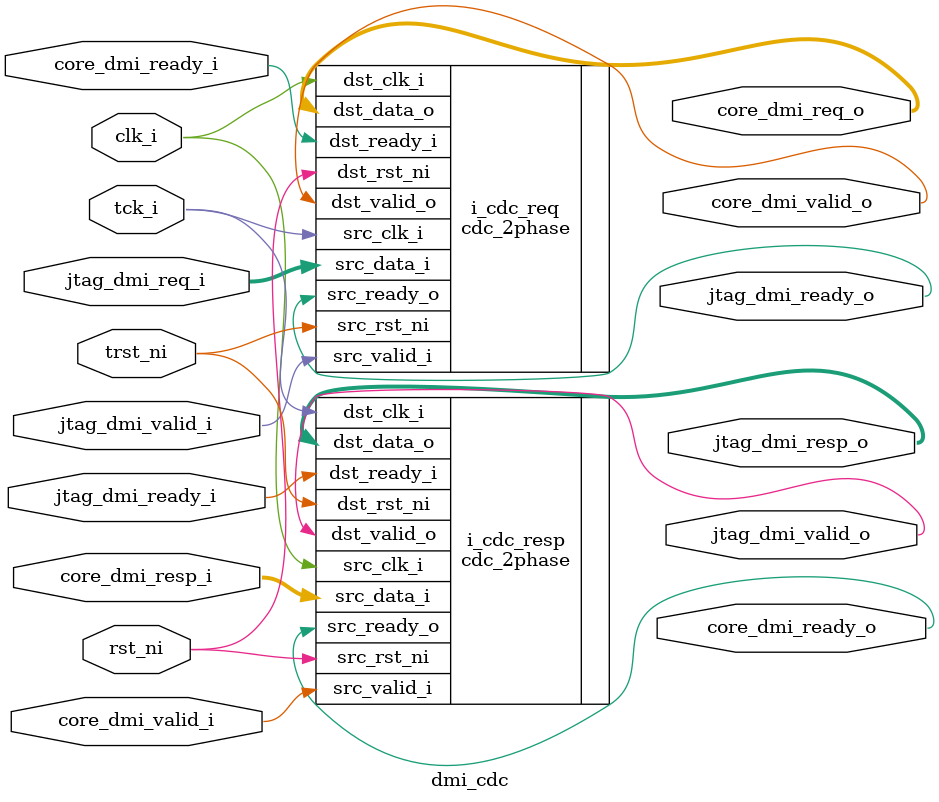
<source format=sv>
/* Copyright 2018 ETH Zurich and University of Bologna.
* Copyright and related rights are licensed under the Solderpad Hardware
* License, Version 0.51 (the “License”); you may not use this file except in
* compliance with the License.  You may obtain a copy of the License at
* http://solderpad.org/licenses/SHL-0.51. Unless required by applicable law
* or agreed to in writing, software, hardware and materials distributed under
* this License is distributed on an “AS IS” BASIS, WITHOUT WARRANTIES OR
* CONDITIONS OF ANY KIND, either express or implied. See the License for the
* specific language governing permissions and limitations under the License.
*
* File:   axi_riscv_debug_module.sv
* Author: Andreas Traber <atraber@iis.ee.ethz.ch>
* Author: Florian Zaruba <zarubaf@iis.ee.ethz.ch>
*
* Description: Clock domain crossings for JTAG to DMI very heavily based
*              on previous work by Andreas Traber for the PULP project.
*              This is mainly a wrapper around the existing CDCs.
*/

module dmi_cdc #(parameter REQUEST_DW = 32,
                 parameter RESPONSE_DW = 32)
(
  // JTAG side (master side)
  input  logic                     tck_i,
  input  logic                     trst_ni,

  input  logic                     jtag_dmi_valid_i,
  input  logic[REQUEST_DW-1:0]     jtag_dmi_req_i,
  output logic                     jtag_dmi_ready_o,

  output logic                     jtag_dmi_valid_o,
  output logic[RESPONSE_DW-1:0]    jtag_dmi_resp_o,
  input  logic                     jtag_dmi_ready_i,

  // core side (slave side)
  input  logic                     clk_i,
  input  logic                     rst_ni,

  output logic                     core_dmi_valid_o,
  output logic[REQUEST_DW-1:0]     core_dmi_req_o,
  input  logic                     core_dmi_ready_i,

  input  logic                     core_dmi_valid_i,
  input  logic[RESPONSE_DW-1:0]    core_dmi_resp_i,
  output logic                     core_dmi_ready_o
);

  cdc_2phase  #( .DW (REQUEST_DW) ) i_cdc_req
  (
    .src_rst_ni  ( trst_ni          ),
    .src_clk_i   ( tck_i            ),
    .src_data_i  ( jtag_dmi_req_i   ),
    .src_valid_i ( jtag_dmi_valid_i ),
    .src_ready_o ( jtag_dmi_ready_o ),

    .dst_rst_ni  ( rst_ni           ),
    .dst_clk_i   ( clk_i            ),
    .dst_data_o  ( core_dmi_req_o   ),
    .dst_valid_o ( core_dmi_valid_o ),
    .dst_ready_i ( core_dmi_ready_i )
  );

  cdc_2phase  #( .DW (RESPONSE_DW) ) i_cdc_resp
  (
    .src_rst_ni  ( rst_ni           ),
    .src_clk_i   ( clk_i            ),
    .src_data_i  ( core_dmi_resp_i  ),
    .src_valid_i ( core_dmi_valid_i ),
    .src_ready_o ( core_dmi_ready_o ),

    .dst_rst_ni  ( trst_ni          ),
    .dst_clk_i   ( tck_i            ),
    .dst_data_o  ( jtag_dmi_resp_o  ),
    .dst_valid_o ( jtag_dmi_valid_o ),
    .dst_ready_i ( jtag_dmi_ready_i )
  );

endmodule

</source>
